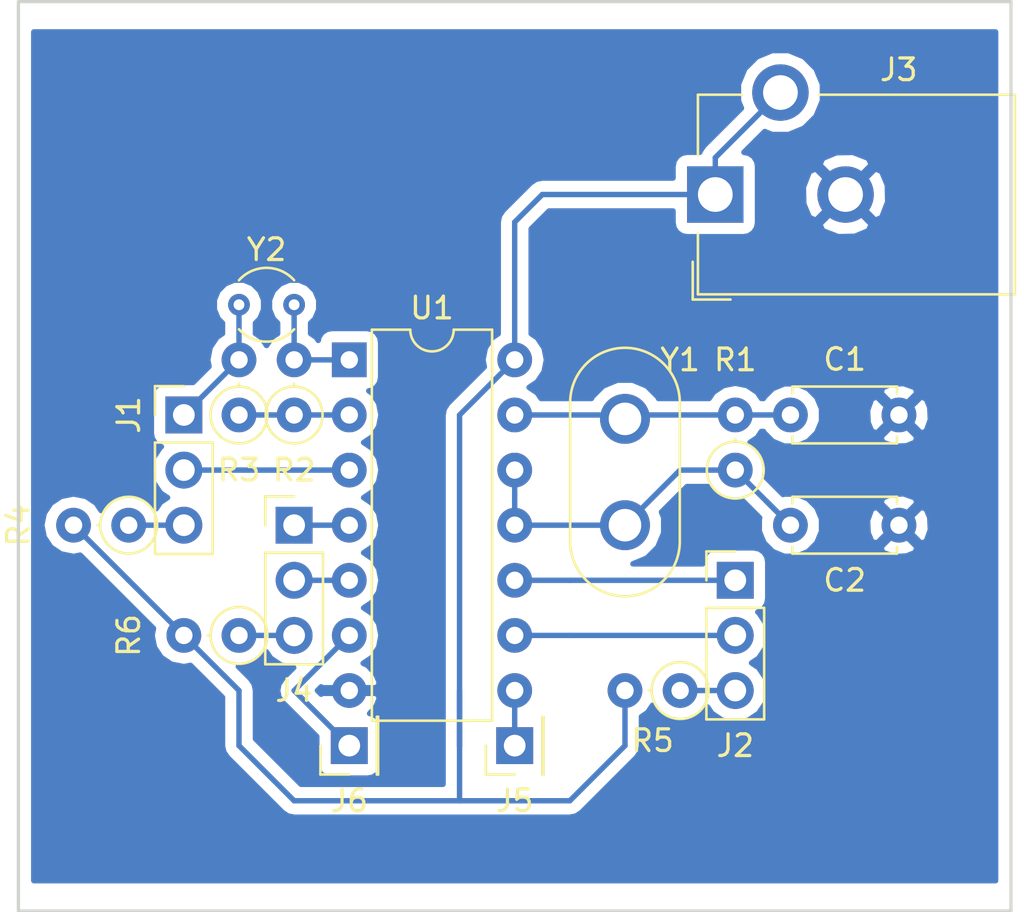
<source format=kicad_pcb>
(kicad_pcb (version 4) (host pcbnew 4.0.5+dfsg1-4)

  (general
    (links 31)
    (no_connects 0)
    (area 139.624999 96.444999 185.495001 138.505001)
    (thickness 1.6)
    (drawings 4)
    (tracks 52)
    (zones 0)
    (modules 17)
    (nets 18)
  )

  (page A4)
  (layers
    (0 F.Cu signal)
    (31 B.Cu signal)
    (32 B.Adhes user)
    (33 F.Adhes user)
    (34 B.Paste user)
    (35 F.Paste user)
    (36 B.SilkS user)
    (37 F.SilkS user)
    (38 B.Mask user)
    (39 F.Mask user)
    (40 Dwgs.User user)
    (41 Cmts.User user)
    (42 Eco1.User user)
    (43 Eco2.User user)
    (44 Edge.Cuts user)
    (45 Margin user)
    (46 B.CrtYd user)
    (47 F.CrtYd user)
    (48 B.Fab user)
    (49 F.Fab user hide)
  )

  (setup
    (last_trace_width 0.25)
    (trace_clearance 0.2)
    (zone_clearance 0.508)
    (zone_45_only no)
    (trace_min 0.2)
    (segment_width 0.2)
    (edge_width 0.15)
    (via_size 0.6)
    (via_drill 0.4)
    (via_min_size 0.4)
    (via_min_drill 0.3)
    (uvia_size 0.3)
    (uvia_drill 0.1)
    (uvias_allowed no)
    (uvia_min_size 0.2)
    (uvia_min_drill 0.1)
    (pcb_text_width 0.3)
    (pcb_text_size 1.5 1.5)
    (mod_edge_width 0.15)
    (mod_text_size 1 1)
    (mod_text_width 0.15)
    (pad_size 1.6 1.6)
    (pad_drill 0.8)
    (pad_to_mask_clearance 0.2)
    (aux_axis_origin 0 0)
    (grid_origin 177.8 97.79)
    (visible_elements FFFFFF7F)
    (pcbplotparams
      (layerselection 0x00030_80000001)
      (usegerberextensions false)
      (excludeedgelayer true)
      (linewidth 0.100000)
      (plotframeref false)
      (viasonmask false)
      (mode 1)
      (useauxorigin false)
      (hpglpennumber 1)
      (hpglpenspeed 20)
      (hpglpendiameter 15)
      (hpglpenoverlay 2)
      (psnegative false)
      (psa4output false)
      (plotreference true)
      (plotvalue true)
      (plotinvisibletext false)
      (padsonsilk false)
      (subtractmaskfromsilk false)
      (outputformat 1)
      (mirror false)
      (drillshape 1)
      (scaleselection 1)
      (outputdirectory ""))
  )

  (net 0 "")
  (net 1 "Net-(C1-Pad1)")
  (net 2 GND)
  (net 3 "Net-(C2-Pad1)")
  (net 4 "Net-(J1-Pad1)")
  (net 5 "Net-(J1-Pad2)")
  (net 6 "Net-(J1-Pad3)")
  (net 7 "Net-(J2-Pad1)")
  (net 8 "Net-(J2-Pad2)")
  (net 9 "Net-(J2-Pad3)")
  (net 10 "Net-(R2-Pad1)")
  (net 11 "Net-(R2-Pad2)")
  (net 12 VCC)
  (net 13 "Net-(J4-Pad1)")
  (net 14 "Net-(J5-Pad1)")
  (net 15 "Net-(J6-Pad1)")
  (net 16 "Net-(J4-Pad2)")
  (net 17 "Net-(J4-Pad3)")

  (net_class Default "これは標準のネット クラスです。"
    (clearance 0.2)
    (trace_width 0.25)
    (via_dia 0.6)
    (via_drill 0.4)
    (uvia_dia 0.3)
    (uvia_drill 0.1)
    (add_net GND)
    (add_net "Net-(C1-Pad1)")
    (add_net "Net-(C2-Pad1)")
    (add_net "Net-(J1-Pad1)")
    (add_net "Net-(J1-Pad2)")
    (add_net "Net-(J1-Pad3)")
    (add_net "Net-(J2-Pad1)")
    (add_net "Net-(J2-Pad2)")
    (add_net "Net-(J2-Pad3)")
    (add_net "Net-(J4-Pad1)")
    (add_net "Net-(J4-Pad2)")
    (add_net "Net-(J4-Pad3)")
    (add_net "Net-(J5-Pad1)")
    (add_net "Net-(J6-Pad1)")
    (add_net "Net-(R2-Pad1)")
    (add_net "Net-(R2-Pad2)")
    (add_net VCC)
  )

  (module Resistors_THT:R_Axial_DIN0207_L6.3mm_D2.5mm_P2.54mm_Vertical (layer F.Cu) (tedit 5874F706) (tstamp 59D1D25F)
    (at 172.72 118.11 90)
    (descr "Resistor, Axial_DIN0207 series, Axial, Vertical, pin pitch=2.54mm, 0.25W = 1/4W, length*diameter=6.3*2.5mm^2, http://cdn-reichelt.de/documents/datenblatt/B400/1_4W%23YAG.pdf")
    (tags "Resistor Axial_DIN0207 series Axial Vertical pin pitch 2.54mm 0.25W = 1/4W length 6.3mm diameter 2.5mm")
    (path /59C47F01)
    (fp_text reference R1 (at 5.08 0 180) (layer F.SilkS)
      (effects (font (size 1 1) (thickness 0.15)))
    )
    (fp_text value 1MΩ (at -2.54 0 180) (layer F.Fab)
      (effects (font (size 1 1) (thickness 0.15)))
    )
    (fp_circle (center 0 0) (end 1.25 0) (layer F.Fab) (width 0.1))
    (fp_circle (center 0 0) (end 1.31 0) (layer F.SilkS) (width 0.12))
    (fp_line (start 0 0) (end 2.54 0) (layer F.Fab) (width 0.1))
    (fp_line (start 1.31 0) (end 1.44 0) (layer F.SilkS) (width 0.12))
    (fp_line (start -1.6 -1.6) (end -1.6 1.6) (layer F.CrtYd) (width 0.05))
    (fp_line (start -1.6 1.6) (end 3.65 1.6) (layer F.CrtYd) (width 0.05))
    (fp_line (start 3.65 1.6) (end 3.65 -1.6) (layer F.CrtYd) (width 0.05))
    (fp_line (start 3.65 -1.6) (end -1.6 -1.6) (layer F.CrtYd) (width 0.05))
    (pad 1 thru_hole circle (at 0 0 90) (size 1.6 1.6) (drill 0.8) (layers *.Cu *.Mask)
      (net 3 "Net-(C2-Pad1)"))
    (pad 2 thru_hole oval (at 2.54 0 90) (size 1.6 1.6) (drill 0.8) (layers *.Cu *.Mask)
      (net 1 "Net-(C1-Pad1)"))
    (model ${KISYS3DMOD}/Resistors_THT.3dshapes/R_Axial_DIN0207_L6.3mm_D2.5mm_P2.54mm_Vertical.wrl
      (at (xyz 0 0 0))
      (scale (xyz 0.393701 0.393701 0.393701))
      (rotate (xyz 0 0 0))
    )
  )

  (module Crystals:Crystal_HC50_Vertical (layer F.Cu) (tedit 58CD2E9C) (tstamp 59D1D2B4)
    (at 167.64 115.75 270)
    (descr "Crystal THT HC-50, http://www.crovencrystals.com/croven_pdf/HC-50_Crystal_Holder_Rev_00.pdf")
    (tags "THT crystalHC-50")
    (path /59C47EFB)
    (fp_text reference Y1 (at -2.72 -2.54 360) (layer F.SilkS)
      (effects (font (size 1 1) (thickness 0.15)))
    )
    (fp_text value 10MHz (at 2.45 3.525 270) (layer F.Fab)
      (effects (font (size 1 1) (thickness 0.15)))
    )
    (fp_text user %R (at 2.45 0 270) (layer F.Fab)
      (effects (font (size 1 1) (thickness 0.15)))
    )
    (fp_line (start -0.75 -2.325) (end 5.65 -2.325) (layer F.Fab) (width 0.1))
    (fp_line (start -0.75 2.325) (end 5.65 2.325) (layer F.Fab) (width 0.1))
    (fp_line (start -0.75 -1.9) (end 5.65 -1.9) (layer F.Fab) (width 0.1))
    (fp_line (start -0.75 1.9) (end 5.65 1.9) (layer F.Fab) (width 0.1))
    (fp_line (start -0.75 -2.525) (end 5.65 -2.525) (layer F.SilkS) (width 0.12))
    (fp_line (start -0.75 2.525) (end 5.65 2.525) (layer F.SilkS) (width 0.12))
    (fp_line (start -3.6 -2.8) (end -3.6 2.8) (layer F.CrtYd) (width 0.05))
    (fp_line (start -3.6 2.8) (end 8.5 2.8) (layer F.CrtYd) (width 0.05))
    (fp_line (start 8.5 2.8) (end 8.5 -2.8) (layer F.CrtYd) (width 0.05))
    (fp_line (start 8.5 -2.8) (end -3.6 -2.8) (layer F.CrtYd) (width 0.05))
    (fp_arc (start -0.75 0) (end -0.75 -2.325) (angle -180) (layer F.Fab) (width 0.1))
    (fp_arc (start 5.65 0) (end 5.65 -2.325) (angle 180) (layer F.Fab) (width 0.1))
    (fp_arc (start -0.75 0) (end -0.75 -1.9) (angle -180) (layer F.Fab) (width 0.1))
    (fp_arc (start 5.65 0) (end 5.65 -1.9) (angle 180) (layer F.Fab) (width 0.1))
    (fp_arc (start -0.75 0) (end -0.75 -2.525) (angle -180) (layer F.SilkS) (width 0.12))
    (fp_arc (start 5.65 0) (end 5.65 -2.525) (angle 180) (layer F.SilkS) (width 0.12))
    (pad 1 thru_hole circle (at 0 0 270) (size 2.3 2.3) (drill 1.5) (layers *.Cu *.Mask)
      (net 1 "Net-(C1-Pad1)"))
    (pad 2 thru_hole circle (at 4.9 0 270) (size 2.3 2.3) (drill 1.5) (layers *.Cu *.Mask)
      (net 3 "Net-(C2-Pad1)"))
    (model ${KISYS3DMOD}/Crystals.3dshapes/Crystal_HC50_Vertical.wrl
      (at (xyz 0 0 0))
      (scale (xyz 0.393701 0.393701 0.393701))
      (rotate (xyz 0 0 0))
    )
  )

  (module Resistors_THT:R_Axial_DIN0207_L6.3mm_D2.5mm_P2.54mm_Vertical (layer F.Cu) (tedit 59C5BC9B) (tstamp 59D1D26D)
    (at 152.4 115.57 90)
    (descr "Resistor, Axial_DIN0207 series, Axial, Vertical, pin pitch=2.54mm, 0.25W = 1/4W, length*diameter=6.3*2.5mm^2, http://cdn-reichelt.de/documents/datenblatt/B400/1_4W%23YAG.pdf")
    (tags "Resistor Axial_DIN0207 series Axial Vertical pin pitch 2.54mm 0.25W = 1/4W length 6.3mm diameter 2.5mm")
    (path /59C47429)
    (fp_text reference R2 (at -2.54 0 360) (layer F.SilkS)
      (effects (font (size 1 1) (thickness 0.15)))
    )
    (fp_text value 10MΩ (at 1.27 2.31 360) (layer F.Fab)
      (effects (font (size 1 1) (thickness 0.15)))
    )
    (fp_circle (center 0 0) (end 1.25 0) (layer F.Fab) (width 0.1))
    (fp_circle (center 0 0) (end 1.31 0) (layer F.SilkS) (width 0.12))
    (fp_line (start 0 0) (end 2.54 0) (layer F.Fab) (width 0.1))
    (fp_line (start 1.31 0) (end 1.44 0) (layer F.SilkS) (width 0.12))
    (fp_line (start -1.6 -1.6) (end -1.6 1.6) (layer F.CrtYd) (width 0.05))
    (fp_line (start -1.6 1.6) (end 3.65 1.6) (layer F.CrtYd) (width 0.05))
    (fp_line (start 3.65 1.6) (end 3.65 -1.6) (layer F.CrtYd) (width 0.05))
    (fp_line (start 3.65 -1.6) (end -1.6 -1.6) (layer F.CrtYd) (width 0.05))
    (pad 1 thru_hole circle (at 0 0 90) (size 1.6 1.6) (drill 0.8) (layers *.Cu *.Mask)
      (net 10 "Net-(R2-Pad1)"))
    (pad 2 thru_hole oval (at 2.54 0 90) (size 1.6 1.6) (drill 0.8) (layers *.Cu *.Mask)
      (net 11 "Net-(R2-Pad2)"))
    (model ${KISYS3DMOD}/Resistors_THT.3dshapes/R_Axial_DIN0207_L6.3mm_D2.5mm_P2.54mm_Vertical.wrl
      (at (xyz 0 0 0))
      (scale (xyz 0.393701 0.393701 0.393701))
      (rotate (xyz 0 0 0))
    )
  )

  (module Resistors_THT:R_Axial_DIN0207_L6.3mm_D2.5mm_P2.54mm_Vertical (layer F.Cu) (tedit 5874F706) (tstamp 59D1D27B)
    (at 149.86 115.57 90)
    (descr "Resistor, Axial_DIN0207 series, Axial, Vertical, pin pitch=2.54mm, 0.25W = 1/4W, length*diameter=6.3*2.5mm^2, http://cdn-reichelt.de/documents/datenblatt/B400/1_4W%23YAG.pdf")
    (tags "Resistor Axial_DIN0207 series Axial Vertical pin pitch 2.54mm 0.25W = 1/4W length 6.3mm diameter 2.5mm")
    (path /59C48042)
    (fp_text reference R3 (at -2.54 0 180) (layer F.SilkS)
      (effects (font (size 1 1) (thickness 0.15)))
    )
    (fp_text value 470kΩ (at 1.27 2.31 90) (layer F.Fab)
      (effects (font (size 1 1) (thickness 0.15)))
    )
    (fp_circle (center 0 0) (end 1.25 0) (layer F.Fab) (width 0.1))
    (fp_circle (center 0 0) (end 1.31 0) (layer F.SilkS) (width 0.12))
    (fp_line (start 0 0) (end 2.54 0) (layer F.Fab) (width 0.1))
    (fp_line (start 1.31 0) (end 1.44 0) (layer F.SilkS) (width 0.12))
    (fp_line (start -1.6 -1.6) (end -1.6 1.6) (layer F.CrtYd) (width 0.05))
    (fp_line (start -1.6 1.6) (end 3.65 1.6) (layer F.CrtYd) (width 0.05))
    (fp_line (start 3.65 1.6) (end 3.65 -1.6) (layer F.CrtYd) (width 0.05))
    (fp_line (start 3.65 -1.6) (end -1.6 -1.6) (layer F.CrtYd) (width 0.05))
    (pad 1 thru_hole circle (at 0 0 90) (size 1.6 1.6) (drill 0.8) (layers *.Cu *.Mask)
      (net 10 "Net-(R2-Pad1)"))
    (pad 2 thru_hole oval (at 2.54 0 90) (size 1.6 1.6) (drill 0.8) (layers *.Cu *.Mask)
      (net 4 "Net-(J1-Pad1)"))
    (model ${KISYS3DMOD}/Resistors_THT.3dshapes/R_Axial_DIN0207_L6.3mm_D2.5mm_P2.54mm_Vertical.wrl
      (at (xyz 0 0 0))
      (scale (xyz 0.393701 0.393701 0.393701))
      (rotate (xyz 0 0 0))
    )
  )

  (module Housings_DIP:DIP-14_W7.62mm (layer F.Cu) (tedit 58CC8E2C) (tstamp 59D1D29D)
    (at 154.94 113.03)
    (descr "14-lead dip package, row spacing 7.62 mm (300 mils)")
    (tags "DIL DIP PDIP 2.54mm 7.62mm 300mil")
    (path /59C5818C)
    (fp_text reference U1 (at 3.81 -2.39) (layer F.SilkS)
      (effects (font (size 1 1) (thickness 0.15)))
    )
    (fp_text value 74HC04 (at 3.81 17.63) (layer F.Fab)
      (effects (font (size 1 1) (thickness 0.15)))
    )
    (fp_text user %R (at 3.81 7.62) (layer F.Fab)
      (effects (font (size 1 1) (thickness 0.15)))
    )
    (fp_line (start 1.635 -1.27) (end 6.985 -1.27) (layer F.Fab) (width 0.1))
    (fp_line (start 6.985 -1.27) (end 6.985 16.51) (layer F.Fab) (width 0.1))
    (fp_line (start 6.985 16.51) (end 0.635 16.51) (layer F.Fab) (width 0.1))
    (fp_line (start 0.635 16.51) (end 0.635 -0.27) (layer F.Fab) (width 0.1))
    (fp_line (start 0.635 -0.27) (end 1.635 -1.27) (layer F.Fab) (width 0.1))
    (fp_line (start 2.81 -1.39) (end 1.04 -1.39) (layer F.SilkS) (width 0.12))
    (fp_line (start 1.04 -1.39) (end 1.04 16.63) (layer F.SilkS) (width 0.12))
    (fp_line (start 1.04 16.63) (end 6.58 16.63) (layer F.SilkS) (width 0.12))
    (fp_line (start 6.58 16.63) (end 6.58 -1.39) (layer F.SilkS) (width 0.12))
    (fp_line (start 6.58 -1.39) (end 4.81 -1.39) (layer F.SilkS) (width 0.12))
    (fp_line (start -1.1 -1.6) (end -1.1 16.8) (layer F.CrtYd) (width 0.05))
    (fp_line (start -1.1 16.8) (end 8.7 16.8) (layer F.CrtYd) (width 0.05))
    (fp_line (start 8.7 16.8) (end 8.7 -1.6) (layer F.CrtYd) (width 0.05))
    (fp_line (start 8.7 -1.6) (end -1.1 -1.6) (layer F.CrtYd) (width 0.05))
    (fp_arc (start 3.81 -1.39) (end 2.81 -1.39) (angle -180) (layer F.SilkS) (width 0.12))
    (pad 1 thru_hole rect (at 0 0) (size 1.6 1.6) (drill 0.8) (layers *.Cu *.Mask)
      (net 11 "Net-(R2-Pad2)"))
    (pad 8 thru_hole oval (at 7.62 15.24) (size 1.6 1.6) (drill 0.8) (layers *.Cu *.Mask)
      (net 14 "Net-(J5-Pad1)"))
    (pad 2 thru_hole oval (at 0 2.54) (size 1.6 1.6) (drill 0.8) (layers *.Cu *.Mask)
      (net 10 "Net-(R2-Pad1)"))
    (pad 9 thru_hole oval (at 7.62 12.7) (size 1.6 1.6) (drill 0.8) (layers *.Cu *.Mask)
      (net 8 "Net-(J2-Pad2)"))
    (pad 3 thru_hole oval (at 0 5.08) (size 1.6 1.6) (drill 0.8) (layers *.Cu *.Mask)
      (net 5 "Net-(J1-Pad2)"))
    (pad 10 thru_hole oval (at 7.62 10.16) (size 1.6 1.6) (drill 0.8) (layers *.Cu *.Mask)
      (net 7 "Net-(J2-Pad1)"))
    (pad 4 thru_hole oval (at 0 7.62) (size 1.6 1.6) (drill 0.8) (layers *.Cu *.Mask)
      (net 13 "Net-(J4-Pad1)"))
    (pad 11 thru_hole oval (at 7.62 7.62) (size 1.6 1.6) (drill 0.8) (layers *.Cu *.Mask)
      (net 3 "Net-(C2-Pad1)"))
    (pad 5 thru_hole oval (at 0 10.16) (size 1.6 1.6) (drill 0.8) (layers *.Cu *.Mask)
      (net 16 "Net-(J4-Pad2)"))
    (pad 12 thru_hole oval (at 7.62 5.08) (size 1.6 1.6) (drill 0.8) (layers *.Cu *.Mask)
      (net 3 "Net-(C2-Pad1)"))
    (pad 6 thru_hole oval (at 0 12.7) (size 1.6 1.6) (drill 0.8) (layers *.Cu *.Mask)
      (net 15 "Net-(J6-Pad1)"))
    (pad 13 thru_hole oval (at 7.62 2.54) (size 1.6 1.6) (drill 0.8) (layers *.Cu *.Mask)
      (net 1 "Net-(C1-Pad1)"))
    (pad 7 thru_hole oval (at 0 15.24) (size 1.6 1.6) (drill 0.8) (layers *.Cu *.Mask)
      (net 2 GND))
    (pad 14 thru_hole oval (at 7.62 0) (size 1.6 1.6) (drill 0.8) (layers *.Cu *.Mask)
      (net 12 VCC))
    (model ${KISYS3DMOD}/Housings_DIP.3dshapes/DIP-14_W7.62mm.wrl
      (at (xyz 0 0 0))
      (scale (xyz 1 1 1))
      (rotate (xyz 0 0 0))
    )
  )

  (module Capacitors_THT:C_Disc_D4.7mm_W2.5mm_P5.00mm (layer F.Cu) (tedit 59C908D0) (tstamp 59D1D222)
    (at 175.26 115.57)
    (descr "C, Disc series, Radial, pin pitch=5.00mm, , diameter*width=4.7*2.5mm^2, Capacitor, http://www.vishay.com/docs/45233/krseries.pdf")
    (tags "C Disc series Radial pin pitch 5.00mm  diameter 4.7mm width 2.5mm Capacitor")
    (path /59C47EEF)
    (fp_text reference C1 (at 2.5 -2.56) (layer F.SilkS)
      (effects (font (size 1 1) (thickness 0.15)))
    )
    (fp_text value 22pF (at 2.54 -5.08) (layer F.Fab)
      (effects (font (size 1 1) (thickness 0.15)))
    )
    (fp_line (start 0.15 -1.25) (end 0.15 1.25) (layer F.Fab) (width 0.1))
    (fp_line (start 0.15 1.25) (end 4.85 1.25) (layer F.Fab) (width 0.1))
    (fp_line (start 4.85 1.25) (end 4.85 -1.25) (layer F.Fab) (width 0.1))
    (fp_line (start 4.85 -1.25) (end 0.15 -1.25) (layer F.Fab) (width 0.1))
    (fp_line (start 0.09 -1.31) (end 4.91 -1.31) (layer F.SilkS) (width 0.12))
    (fp_line (start 0.09 1.31) (end 4.91 1.31) (layer F.SilkS) (width 0.12))
    (fp_line (start 0.09 -1.31) (end 0.09 -0.996) (layer F.SilkS) (width 0.12))
    (fp_line (start 0.09 0.996) (end 0.09 1.31) (layer F.SilkS) (width 0.12))
    (fp_line (start 4.91 -1.31) (end 4.91 -0.996) (layer F.SilkS) (width 0.12))
    (fp_line (start 4.91 0.996) (end 4.91 1.31) (layer F.SilkS) (width 0.12))
    (fp_line (start -1.05 -1.6) (end -1.05 1.6) (layer F.CrtYd) (width 0.05))
    (fp_line (start -1.05 1.6) (end 6.05 1.6) (layer F.CrtYd) (width 0.05))
    (fp_line (start 6.05 1.6) (end 6.05 -1.6) (layer F.CrtYd) (width 0.05))
    (fp_line (start 6.05 -1.6) (end -1.05 -1.6) (layer F.CrtYd) (width 0.05))
    (fp_text user %R (at 2.5 0) (layer F.Fab)
      (effects (font (size 1 1) (thickness 0.15)))
    )
    (pad 1 thru_hole circle (at 0 0) (size 1.6 1.6) (drill 0.8) (layers *.Cu *.Mask)
      (net 1 "Net-(C1-Pad1)"))
    (pad 2 thru_hole circle (at 5 0) (size 1.6 1.6) (drill 0.8) (layers *.Cu *.Mask)
      (net 2 GND))
    (model ${KISYS3DMOD}/Capacitors_THT.3dshapes/C_Disc_D4.7mm_W2.5mm_P5.00mm.wrl
      (at (xyz 0 0 0))
      (scale (xyz 1 1 1))
      (rotate (xyz 0 0 0))
    )
  )

  (module Capacitors_THT:C_Disc_D4.7mm_W2.5mm_P5.00mm (layer F.Cu) (tedit 597BC7C2) (tstamp 59D1D228)
    (at 175.26 120.65)
    (descr "C, Disc series, Radial, pin pitch=5.00mm, , diameter*width=4.7*2.5mm^2, Capacitor, http://www.vishay.com/docs/45233/krseries.pdf")
    (tags "C Disc series Radial pin pitch 5.00mm  diameter 4.7mm width 2.5mm Capacitor")
    (path /59C47EF5)
    (fp_text reference C2 (at 2.5 2.54) (layer F.SilkS)
      (effects (font (size 1 1) (thickness 0.15)))
    )
    (fp_text value 22pF (at 2.54 2.56) (layer F.Fab)
      (effects (font (size 1 1) (thickness 0.15)))
    )
    (fp_line (start 0.15 -1.25) (end 0.15 1.25) (layer F.Fab) (width 0.1))
    (fp_line (start 0.15 1.25) (end 4.85 1.25) (layer F.Fab) (width 0.1))
    (fp_line (start 4.85 1.25) (end 4.85 -1.25) (layer F.Fab) (width 0.1))
    (fp_line (start 4.85 -1.25) (end 0.15 -1.25) (layer F.Fab) (width 0.1))
    (fp_line (start 0.09 -1.31) (end 4.91 -1.31) (layer F.SilkS) (width 0.12))
    (fp_line (start 0.09 1.31) (end 4.91 1.31) (layer F.SilkS) (width 0.12))
    (fp_line (start 0.09 -1.31) (end 0.09 -0.996) (layer F.SilkS) (width 0.12))
    (fp_line (start 0.09 0.996) (end 0.09 1.31) (layer F.SilkS) (width 0.12))
    (fp_line (start 4.91 -1.31) (end 4.91 -0.996) (layer F.SilkS) (width 0.12))
    (fp_line (start 4.91 0.996) (end 4.91 1.31) (layer F.SilkS) (width 0.12))
    (fp_line (start -1.05 -1.6) (end -1.05 1.6) (layer F.CrtYd) (width 0.05))
    (fp_line (start -1.05 1.6) (end 6.05 1.6) (layer F.CrtYd) (width 0.05))
    (fp_line (start 6.05 1.6) (end 6.05 -1.6) (layer F.CrtYd) (width 0.05))
    (fp_line (start 6.05 -1.6) (end -1.05 -1.6) (layer F.CrtYd) (width 0.05))
    (fp_text user %R (at 2.54 0) (layer F.Fab)
      (effects (font (size 1 1) (thickness 0.15)))
    )
    (pad 1 thru_hole circle (at 0 0) (size 1.6 1.6) (drill 0.8) (layers *.Cu *.Mask)
      (net 3 "Net-(C2-Pad1)"))
    (pad 2 thru_hole circle (at 5 0) (size 1.6 1.6) (drill 0.8) (layers *.Cu *.Mask)
      (net 2 GND))
    (model ${KISYS3DMOD}/Capacitors_THT.3dshapes/C_Disc_D4.7mm_W2.5mm_P5.00mm.wrl
      (at (xyz 0 0 0))
      (scale (xyz 1 1 1))
      (rotate (xyz 0 0 0))
    )
  )

  (module Connectors:Barrel_Jack_CUI_PJ-102AH (layer F.Cu) (tedit 59BC552D) (tstamp 59D1D23F)
    (at 171.8 105.41 90)
    (descr "Thin-pin DC Barrel Jack, https://cdn-shop.adafruit.com/datasheets/21mmdcjackDatasheet.pdf")
    (tags "Power Jack")
    (path /59C5B30C)
    (fp_text reference J3 (at 5.75 8.45 180) (layer F.SilkS)
      (effects (font (size 1 1) (thickness 0.15)))
    )
    (fp_text value Jack-DC (at -5.5 6.2 180) (layer F.Fab)
      (effects (font (size 1 1) (thickness 0.15)))
    )
    (fp_line (start 1.8 -1.8) (end 1.8 -1.2) (layer F.CrtYd) (width 0.05))
    (fp_line (start 1.8 -1.2) (end 5 -1.2) (layer F.CrtYd) (width 0.05))
    (fp_line (start 5 -1.2) (end 5 1.2) (layer F.CrtYd) (width 0.05))
    (fp_line (start 5 1.2) (end 6.5 1.2) (layer F.CrtYd) (width 0.05))
    (fp_line (start 6.5 1.2) (end 6.5 4.8) (layer F.CrtYd) (width 0.05))
    (fp_line (start 6.5 4.8) (end 5 4.8) (layer F.CrtYd) (width 0.05))
    (fp_line (start 5 4.8) (end 5 14.2) (layer F.CrtYd) (width 0.05))
    (fp_line (start 5 14.2) (end -5 14.2) (layer F.CrtYd) (width 0.05))
    (fp_line (start -5 14.2) (end -5 -1.2) (layer F.CrtYd) (width 0.05))
    (fp_line (start -5 -1.2) (end -1.8 -1.2) (layer F.CrtYd) (width 0.05))
    (fp_line (start -1.8 -1.2) (end -1.8 -1.8) (layer F.CrtYd) (width 0.05))
    (fp_line (start -1.8 -1.8) (end 1.8 -1.8) (layer F.CrtYd) (width 0.05))
    (fp_line (start 4.6 4.8) (end 4.6 13.8) (layer F.SilkS) (width 0.12))
    (fp_line (start 4.6 13.8) (end -4.6 13.8) (layer F.SilkS) (width 0.12))
    (fp_line (start -4.6 13.8) (end -4.6 -0.8) (layer F.SilkS) (width 0.12))
    (fp_line (start -4.6 -0.8) (end -1.8 -0.8) (layer F.SilkS) (width 0.12))
    (fp_line (start 1.8 -0.8) (end 4.6 -0.8) (layer F.SilkS) (width 0.12))
    (fp_line (start 4.6 -0.8) (end 4.6 1.2) (layer F.SilkS) (width 0.12))
    (fp_line (start -4.84 0.7) (end -4.84 -1.04) (layer F.SilkS) (width 0.12))
    (fp_line (start -4.84 -1.04) (end -3.1 -1.04) (layer F.SilkS) (width 0.12))
    (fp_line (start 4.5 -0.7) (end 4.5 13.7) (layer F.Fab) (width 0.1))
    (fp_line (start 4.5 13.7) (end -4.5 13.7) (layer F.Fab) (width 0.1))
    (fp_line (start -4.5 13.7) (end -4.5 0.3) (layer F.Fab) (width 0.1))
    (fp_line (start -4.5 0.3) (end -3.5 -0.7) (layer F.Fab) (width 0.1))
    (fp_line (start -3.5 -0.7) (end 4.5 -0.7) (layer F.Fab) (width 0.1))
    (fp_line (start -4.5 10.2) (end 4.5 10.2) (layer F.Fab) (width 0.1))
    (fp_text user %R (at 0 6.5 90) (layer F.Fab)
      (effects (font (size 1 1) (thickness 0.15)))
    )
    (pad 1 thru_hole rect (at 0 0 90) (size 2.6 2.6) (drill 1.6) (layers *.Cu *.Mask)
      (net 12 VCC))
    (pad 2 thru_hole circle (at 0 6 90) (size 2.6 2.6) (drill 1.6) (layers *.Cu *.Mask)
      (net 2 GND))
    (pad 3 thru_hole circle (at 4.7 3 90) (size 2.6 2.6) (drill 1.6) (layers *.Cu *.Mask)
      (net 12 VCC))
    (model ${KISYS3DMOD}/Connectors.3dshapes/Barrel_Jack_CUI_PJ-102AH.wrl
      (at (xyz 0 0 0))
      (scale (xyz 1 1 1))
      (rotate (xyz 0 0 0))
    )
  )

  (module Crystals:Crystal_AT310_d3.0mm_l10.0mm_Vertical (layer F.Cu) (tedit 58CD2E9B) (tstamp 59C90997)
    (at 152.4 110.49 180)
    (descr "Crystal THT AT310 10.0mm-10.5mm length 3.0mm diameter")
    (tags ['AT310'])
    (path /59C473F7)
    (fp_text reference Y2 (at 1.27 2.54 180) (layer F.SilkS)
      (effects (font (size 1 1) (thickness 0.15)))
    )
    (fp_text value "32.768 kHz" (at 1.27 2.7 180) (layer F.Fab)
      (effects (font (size 1 1) (thickness 0.15)))
    )
    (fp_text user %R (at 1.27 0 180) (layer F.Fab)
      (effects (font (size 0.8 0.8) (thickness 0.12)))
    )
    (fp_circle (center 1.27 0) (end 2.77 0) (layer F.Fab) (width 0.1))
    (fp_circle (center 1.27 0) (end 3.29 0) (layer F.CrtYd) (width 0.05))
    (fp_arc (start 1.27 0) (end 0 -1.130088) (angle 96.7) (layer F.SilkS) (width 0.12))
    (fp_arc (start 1.27 0) (end 0 1.130088) (angle -96.7) (layer F.SilkS) (width 0.12))
    (pad 1 thru_hole circle (at 0 0 180) (size 1 1) (drill 0.5) (layers *.Cu *.Mask)
      (net 11 "Net-(R2-Pad2)"))
    (pad 2 thru_hole circle (at 2.54 0 180) (size 1 1) (drill 0.5) (layers *.Cu *.Mask)
      (net 4 "Net-(J1-Pad1)"))
    (model ${KISYS3DMOD}/Crystals.3dshapes/Crystal_AT310_d3.0mm_l10.0mm_Vertical.wrl
      (at (xyz 0 0 0))
      (scale (xyz 0.393701 0.393701 0.393701))
      (rotate (xyz 0 0 0))
    )
  )

  (module Pin_Headers:Pin_Header_Straight_1x03_Pitch2.54mm (layer F.Cu) (tedit 59650532) (tstamp 59C97E64)
    (at 147.32 115.57)
    (descr "Through hole straight pin header, 1x03, 2.54mm pitch, single row")
    (tags "Through hole pin header THT 1x03 2.54mm single row")
    (path /59C8F8E7)
    (fp_text reference J1 (at -2.54 0 90) (layer F.SilkS)
      (effects (font (size 1 1) (thickness 0.15)))
    )
    (fp_text value "amp or pull-up" (at 0 7.41) (layer F.Fab)
      (effects (font (size 1 1) (thickness 0.15)))
    )
    (fp_line (start -0.635 -1.27) (end 1.27 -1.27) (layer F.Fab) (width 0.1))
    (fp_line (start 1.27 -1.27) (end 1.27 6.35) (layer F.Fab) (width 0.1))
    (fp_line (start 1.27 6.35) (end -1.27 6.35) (layer F.Fab) (width 0.1))
    (fp_line (start -1.27 6.35) (end -1.27 -0.635) (layer F.Fab) (width 0.1))
    (fp_line (start -1.27 -0.635) (end -0.635 -1.27) (layer F.Fab) (width 0.1))
    (fp_line (start -1.33 6.41) (end 1.33 6.41) (layer F.SilkS) (width 0.12))
    (fp_line (start -1.33 1.27) (end -1.33 6.41) (layer F.SilkS) (width 0.12))
    (fp_line (start 1.33 1.27) (end 1.33 6.41) (layer F.SilkS) (width 0.12))
    (fp_line (start -1.33 1.27) (end 1.33 1.27) (layer F.SilkS) (width 0.12))
    (fp_line (start -1.33 0) (end -1.33 -1.33) (layer F.SilkS) (width 0.12))
    (fp_line (start -1.33 -1.33) (end 0 -1.33) (layer F.SilkS) (width 0.12))
    (fp_line (start -1.8 -1.8) (end -1.8 6.85) (layer F.CrtYd) (width 0.05))
    (fp_line (start -1.8 6.85) (end 1.8 6.85) (layer F.CrtYd) (width 0.05))
    (fp_line (start 1.8 6.85) (end 1.8 -1.8) (layer F.CrtYd) (width 0.05))
    (fp_line (start 1.8 -1.8) (end -1.8 -1.8) (layer F.CrtYd) (width 0.05))
    (fp_text user %R (at 0 2.54 90) (layer F.Fab)
      (effects (font (size 1 1) (thickness 0.15)))
    )
    (pad 1 thru_hole rect (at 0 0) (size 1.7 1.7) (drill 1) (layers *.Cu *.Mask)
      (net 4 "Net-(J1-Pad1)"))
    (pad 2 thru_hole oval (at 0 2.54) (size 1.7 1.7) (drill 1) (layers *.Cu *.Mask)
      (net 5 "Net-(J1-Pad2)"))
    (pad 3 thru_hole oval (at 0 5.08) (size 1.7 1.7) (drill 1) (layers *.Cu *.Mask)
      (net 6 "Net-(J1-Pad3)"))
    (model ${KISYS3DMOD}/Pin_Headers.3dshapes/Pin_Header_Straight_1x03_Pitch2.54mm.wrl
      (at (xyz 0 0 0))
      (scale (xyz 1 1 1))
      (rotate (xyz 0 0 0))
    )
  )

  (module Pin_Headers:Pin_Header_Straight_1x03_Pitch2.54mm (layer F.Cu) (tedit 59650532) (tstamp 59C97E6A)
    (at 172.72 123.19)
    (descr "Through hole straight pin header, 1x03, 2.54mm pitch, single row")
    (tags "Through hole pin header THT 1x03 2.54mm single row")
    (path /59C5A8B5)
    (fp_text reference J2 (at 0 7.62) (layer F.SilkS)
      (effects (font (size 1 1) (thickness 0.15)))
    )
    (fp_text value "amp or pull-up" (at 0 7.41) (layer F.Fab)
      (effects (font (size 1 1) (thickness 0.15)))
    )
    (fp_line (start -0.635 -1.27) (end 1.27 -1.27) (layer F.Fab) (width 0.1))
    (fp_line (start 1.27 -1.27) (end 1.27 6.35) (layer F.Fab) (width 0.1))
    (fp_line (start 1.27 6.35) (end -1.27 6.35) (layer F.Fab) (width 0.1))
    (fp_line (start -1.27 6.35) (end -1.27 -0.635) (layer F.Fab) (width 0.1))
    (fp_line (start -1.27 -0.635) (end -0.635 -1.27) (layer F.Fab) (width 0.1))
    (fp_line (start -1.33 6.41) (end 1.33 6.41) (layer F.SilkS) (width 0.12))
    (fp_line (start -1.33 1.27) (end -1.33 6.41) (layer F.SilkS) (width 0.12))
    (fp_line (start 1.33 1.27) (end 1.33 6.41) (layer F.SilkS) (width 0.12))
    (fp_line (start -1.33 1.27) (end 1.33 1.27) (layer F.SilkS) (width 0.12))
    (fp_line (start -1.33 0) (end -1.33 -1.33) (layer F.SilkS) (width 0.12))
    (fp_line (start -1.33 -1.33) (end 0 -1.33) (layer F.SilkS) (width 0.12))
    (fp_line (start -1.8 -1.8) (end -1.8 6.85) (layer F.CrtYd) (width 0.05))
    (fp_line (start -1.8 6.85) (end 1.8 6.85) (layer F.CrtYd) (width 0.05))
    (fp_line (start 1.8 6.85) (end 1.8 -1.8) (layer F.CrtYd) (width 0.05))
    (fp_line (start 1.8 -1.8) (end -1.8 -1.8) (layer F.CrtYd) (width 0.05))
    (fp_text user %R (at 0 2.54 90) (layer F.Fab)
      (effects (font (size 1 1) (thickness 0.15)))
    )
    (pad 1 thru_hole rect (at 0 0) (size 1.7 1.7) (drill 1) (layers *.Cu *.Mask)
      (net 7 "Net-(J2-Pad1)"))
    (pad 2 thru_hole oval (at 0 2.54) (size 1.7 1.7) (drill 1) (layers *.Cu *.Mask)
      (net 8 "Net-(J2-Pad2)"))
    (pad 3 thru_hole oval (at 0 5.08) (size 1.7 1.7) (drill 1) (layers *.Cu *.Mask)
      (net 9 "Net-(J2-Pad3)"))
    (model ${KISYS3DMOD}/Pin_Headers.3dshapes/Pin_Header_Straight_1x03_Pitch2.54mm.wrl
      (at (xyz 0 0 0))
      (scale (xyz 1 1 1))
      (rotate (xyz 0 0 0))
    )
  )

  (module Pin_Headers:Pin_Header_Straight_1x03_Pitch2.54mm (layer F.Cu) (tedit 59650532) (tstamp 59C97E70)
    (at 152.4 120.65)
    (descr "Through hole straight pin header, 1x03, 2.54mm pitch, single row")
    (tags "Through hole pin header THT 1x03 2.54mm single row")
    (path /59C8FF50)
    (fp_text reference J4 (at 0 7.62) (layer F.SilkS)
      (effects (font (size 1 1) (thickness 0.15)))
    )
    (fp_text value "amp or pull-up" (at 0 7.41) (layer F.Fab)
      (effects (font (size 1 1) (thickness 0.15)))
    )
    (fp_line (start -0.635 -1.27) (end 1.27 -1.27) (layer F.Fab) (width 0.1))
    (fp_line (start 1.27 -1.27) (end 1.27 6.35) (layer F.Fab) (width 0.1))
    (fp_line (start 1.27 6.35) (end -1.27 6.35) (layer F.Fab) (width 0.1))
    (fp_line (start -1.27 6.35) (end -1.27 -0.635) (layer F.Fab) (width 0.1))
    (fp_line (start -1.27 -0.635) (end -0.635 -1.27) (layer F.Fab) (width 0.1))
    (fp_line (start -1.33 6.41) (end 1.33 6.41) (layer F.SilkS) (width 0.12))
    (fp_line (start -1.33 1.27) (end -1.33 6.41) (layer F.SilkS) (width 0.12))
    (fp_line (start 1.33 1.27) (end 1.33 6.41) (layer F.SilkS) (width 0.12))
    (fp_line (start -1.33 1.27) (end 1.33 1.27) (layer F.SilkS) (width 0.12))
    (fp_line (start -1.33 0) (end -1.33 -1.33) (layer F.SilkS) (width 0.12))
    (fp_line (start -1.33 -1.33) (end 0 -1.33) (layer F.SilkS) (width 0.12))
    (fp_line (start -1.8 -1.8) (end -1.8 6.85) (layer F.CrtYd) (width 0.05))
    (fp_line (start -1.8 6.85) (end 1.8 6.85) (layer F.CrtYd) (width 0.05))
    (fp_line (start 1.8 6.85) (end 1.8 -1.8) (layer F.CrtYd) (width 0.05))
    (fp_line (start 1.8 -1.8) (end -1.8 -1.8) (layer F.CrtYd) (width 0.05))
    (fp_text user %R (at 0 2.54 90) (layer F.Fab)
      (effects (font (size 1 1) (thickness 0.15)))
    )
    (pad 1 thru_hole rect (at 0 0) (size 1.7 1.7) (drill 1) (layers *.Cu *.Mask)
      (net 13 "Net-(J4-Pad1)"))
    (pad 2 thru_hole oval (at 0 2.54) (size 1.7 1.7) (drill 1) (layers *.Cu *.Mask)
      (net 16 "Net-(J4-Pad2)"))
    (pad 3 thru_hole oval (at 0 5.08) (size 1.7 1.7) (drill 1) (layers *.Cu *.Mask)
      (net 17 "Net-(J4-Pad3)"))
    (model ${KISYS3DMOD}/Pin_Headers.3dshapes/Pin_Header_Straight_1x03_Pitch2.54mm.wrl
      (at (xyz 0 0 0))
      (scale (xyz 1 1 1))
      (rotate (xyz 0 0 0))
    )
  )

  (module Pin_Headers:Pin_Header_Straight_1x01_Pitch2.54mm (layer F.Cu) (tedit 59650532) (tstamp 59C97E76)
    (at 162.56 130.81 90)
    (descr "Through hole straight pin header, 1x01, 2.54mm pitch, single row")
    (tags "Through hole pin header THT 1x01 2.54mm single row")
    (path /59C910EC)
    (fp_text reference J5 (at -2.54 0 180) (layer F.SilkS)
      (effects (font (size 1 1) (thickness 0.15)))
    )
    (fp_text value clk (at 0 2.33 90) (layer F.Fab)
      (effects (font (size 1 1) (thickness 0.15)))
    )
    (fp_line (start -0.635 -1.27) (end 1.27 -1.27) (layer F.Fab) (width 0.1))
    (fp_line (start 1.27 -1.27) (end 1.27 1.27) (layer F.Fab) (width 0.1))
    (fp_line (start 1.27 1.27) (end -1.27 1.27) (layer F.Fab) (width 0.1))
    (fp_line (start -1.27 1.27) (end -1.27 -0.635) (layer F.Fab) (width 0.1))
    (fp_line (start -1.27 -0.635) (end -0.635 -1.27) (layer F.Fab) (width 0.1))
    (fp_line (start -1.33 1.33) (end 1.33 1.33) (layer F.SilkS) (width 0.12))
    (fp_line (start -1.33 1.27) (end -1.33 1.33) (layer F.SilkS) (width 0.12))
    (fp_line (start 1.33 1.27) (end 1.33 1.33) (layer F.SilkS) (width 0.12))
    (fp_line (start -1.33 1.27) (end 1.33 1.27) (layer F.SilkS) (width 0.12))
    (fp_line (start -1.33 0) (end -1.33 -1.33) (layer F.SilkS) (width 0.12))
    (fp_line (start -1.33 -1.33) (end 0 -1.33) (layer F.SilkS) (width 0.12))
    (fp_line (start -1.8 -1.8) (end -1.8 1.8) (layer F.CrtYd) (width 0.05))
    (fp_line (start -1.8 1.8) (end 1.8 1.8) (layer F.CrtYd) (width 0.05))
    (fp_line (start 1.8 1.8) (end 1.8 -1.8) (layer F.CrtYd) (width 0.05))
    (fp_line (start 1.8 -1.8) (end -1.8 -1.8) (layer F.CrtYd) (width 0.05))
    (fp_text user %R (at 0 0 180) (layer F.Fab)
      (effects (font (size 1 1) (thickness 0.15)))
    )
    (pad 1 thru_hole rect (at 0 0 90) (size 1.7 1.7) (drill 1) (layers *.Cu *.Mask)
      (net 14 "Net-(J5-Pad1)"))
    (model ${KISYS3DMOD}/Pin_Headers.3dshapes/Pin_Header_Straight_1x01_Pitch2.54mm.wrl
      (at (xyz 0 0 0))
      (scale (xyz 1 1 1))
      (rotate (xyz 0 0 0))
    )
  )

  (module Pin_Headers:Pin_Header_Straight_1x01_Pitch2.54mm (layer F.Cu) (tedit 59650532) (tstamp 59C97E7A)
    (at 154.94 130.81 90)
    (descr "Through hole straight pin header, 1x01, 2.54mm pitch, single row")
    (tags "Through hole pin header THT 1x01 2.54mm single row")
    (path /59C90DB1)
    (fp_text reference J6 (at -2.54 0 180) (layer F.SilkS)
      (effects (font (size 1 1) (thickness 0.15)))
    )
    (fp_text value clk (at 0 2.33 90) (layer F.Fab)
      (effects (font (size 1 1) (thickness 0.15)))
    )
    (fp_line (start -0.635 -1.27) (end 1.27 -1.27) (layer F.Fab) (width 0.1))
    (fp_line (start 1.27 -1.27) (end 1.27 1.27) (layer F.Fab) (width 0.1))
    (fp_line (start 1.27 1.27) (end -1.27 1.27) (layer F.Fab) (width 0.1))
    (fp_line (start -1.27 1.27) (end -1.27 -0.635) (layer F.Fab) (width 0.1))
    (fp_line (start -1.27 -0.635) (end -0.635 -1.27) (layer F.Fab) (width 0.1))
    (fp_line (start -1.33 1.33) (end 1.33 1.33) (layer F.SilkS) (width 0.12))
    (fp_line (start -1.33 1.27) (end -1.33 1.33) (layer F.SilkS) (width 0.12))
    (fp_line (start 1.33 1.27) (end 1.33 1.33) (layer F.SilkS) (width 0.12))
    (fp_line (start -1.33 1.27) (end 1.33 1.27) (layer F.SilkS) (width 0.12))
    (fp_line (start -1.33 0) (end -1.33 -1.33) (layer F.SilkS) (width 0.12))
    (fp_line (start -1.33 -1.33) (end 0 -1.33) (layer F.SilkS) (width 0.12))
    (fp_line (start -1.8 -1.8) (end -1.8 1.8) (layer F.CrtYd) (width 0.05))
    (fp_line (start -1.8 1.8) (end 1.8 1.8) (layer F.CrtYd) (width 0.05))
    (fp_line (start 1.8 1.8) (end 1.8 -1.8) (layer F.CrtYd) (width 0.05))
    (fp_line (start 1.8 -1.8) (end -1.8 -1.8) (layer F.CrtYd) (width 0.05))
    (fp_text user %R (at 0 0 180) (layer F.Fab)
      (effects (font (size 1 1) (thickness 0.15)))
    )
    (pad 1 thru_hole rect (at 0 0 90) (size 1.7 1.7) (drill 1) (layers *.Cu *.Mask)
      (net 15 "Net-(J6-Pad1)"))
    (model ${KISYS3DMOD}/Pin_Headers.3dshapes/Pin_Header_Straight_1x01_Pitch2.54mm.wrl
      (at (xyz 0 0 0))
      (scale (xyz 1 1 1))
      (rotate (xyz 0 0 0))
    )
  )

  (module Resistors_THT:R_Axial_DIN0207_L6.3mm_D2.5mm_P2.54mm_Vertical (layer F.Cu) (tedit 5874F706) (tstamp 59C97E7E)
    (at 144.78 120.65 180)
    (descr "Resistor, Axial_DIN0207 series, Axial, Vertical, pin pitch=2.54mm, 0.25W = 1/4W, length*diameter=6.3*2.5mm^2, http://cdn-reichelt.de/documents/datenblatt/B400/1_4W%23YAG.pdf")
    (tags "Resistor Axial_DIN0207 series Axial Vertical pin pitch 2.54mm 0.25W = 1/4W length 6.3mm diameter 2.5mm")
    (path /59C64DCF)
    (fp_text reference R4 (at 5.08 0 270) (layer F.SilkS)
      (effects (font (size 1 1) (thickness 0.15)))
    )
    (fp_text value 10k (at 1.27 2.31 180) (layer F.Fab)
      (effects (font (size 1 1) (thickness 0.15)))
    )
    (fp_circle (center 0 0) (end 1.25 0) (layer F.Fab) (width 0.1))
    (fp_circle (center 0 0) (end 1.31 0) (layer F.SilkS) (width 0.12))
    (fp_line (start 0 0) (end 2.54 0) (layer F.Fab) (width 0.1))
    (fp_line (start 1.31 0) (end 1.44 0) (layer F.SilkS) (width 0.12))
    (fp_line (start -1.6 -1.6) (end -1.6 1.6) (layer F.CrtYd) (width 0.05))
    (fp_line (start -1.6 1.6) (end 3.65 1.6) (layer F.CrtYd) (width 0.05))
    (fp_line (start 3.65 1.6) (end 3.65 -1.6) (layer F.CrtYd) (width 0.05))
    (fp_line (start 3.65 -1.6) (end -1.6 -1.6) (layer F.CrtYd) (width 0.05))
    (pad 1 thru_hole circle (at 0 0 180) (size 1.6 1.6) (drill 0.8) (layers *.Cu *.Mask)
      (net 6 "Net-(J1-Pad3)"))
    (pad 2 thru_hole oval (at 2.54 0 180) (size 1.6 1.6) (drill 0.8) (layers *.Cu *.Mask)
      (net 12 VCC))
    (model ${KISYS3DMOD}/Resistors_THT.3dshapes/R_Axial_DIN0207_L6.3mm_D2.5mm_P2.54mm_Vertical.wrl
      (at (xyz 0 0 0))
      (scale (xyz 0.393701 0.393701 0.393701))
      (rotate (xyz 0 0 0))
    )
  )

  (module Resistors_THT:R_Axial_DIN0207_L6.3mm_D2.5mm_P2.54mm_Vertical (layer F.Cu) (tedit 5874F706) (tstamp 59C97E83)
    (at 170.18 128.27 180)
    (descr "Resistor, Axial_DIN0207 series, Axial, Vertical, pin pitch=2.54mm, 0.25W = 1/4W, length*diameter=6.3*2.5mm^2, http://cdn-reichelt.de/documents/datenblatt/B400/1_4W%23YAG.pdf")
    (tags "Resistor Axial_DIN0207 series Axial Vertical pin pitch 2.54mm 0.25W = 1/4W length 6.3mm diameter 2.5mm")
    (path /59C64016)
    (fp_text reference R5 (at 1.27 -2.31 180) (layer F.SilkS)
      (effects (font (size 1 1) (thickness 0.15)))
    )
    (fp_text value 10k (at 1.27 2.31 180) (layer F.Fab)
      (effects (font (size 1 1) (thickness 0.15)))
    )
    (fp_circle (center 0 0) (end 1.25 0) (layer F.Fab) (width 0.1))
    (fp_circle (center 0 0) (end 1.31 0) (layer F.SilkS) (width 0.12))
    (fp_line (start 0 0) (end 2.54 0) (layer F.Fab) (width 0.1))
    (fp_line (start 1.31 0) (end 1.44 0) (layer F.SilkS) (width 0.12))
    (fp_line (start -1.6 -1.6) (end -1.6 1.6) (layer F.CrtYd) (width 0.05))
    (fp_line (start -1.6 1.6) (end 3.65 1.6) (layer F.CrtYd) (width 0.05))
    (fp_line (start 3.65 1.6) (end 3.65 -1.6) (layer F.CrtYd) (width 0.05))
    (fp_line (start 3.65 -1.6) (end -1.6 -1.6) (layer F.CrtYd) (width 0.05))
    (pad 1 thru_hole circle (at 0 0 180) (size 1.6 1.6) (drill 0.8) (layers *.Cu *.Mask)
      (net 9 "Net-(J2-Pad3)"))
    (pad 2 thru_hole oval (at 2.54 0 180) (size 1.6 1.6) (drill 0.8) (layers *.Cu *.Mask)
      (net 12 VCC))
    (model ${KISYS3DMOD}/Resistors_THT.3dshapes/R_Axial_DIN0207_L6.3mm_D2.5mm_P2.54mm_Vertical.wrl
      (at (xyz 0 0 0))
      (scale (xyz 0.393701 0.393701 0.393701))
      (rotate (xyz 0 0 0))
    )
  )

  (module Resistors_THT:R_Axial_DIN0207_L6.3mm_D2.5mm_P2.54mm_Vertical (layer F.Cu) (tedit 5874F706) (tstamp 59C97E88)
    (at 149.86 125.73 180)
    (descr "Resistor, Axial_DIN0207 series, Axial, Vertical, pin pitch=2.54mm, 0.25W = 1/4W, length*diameter=6.3*2.5mm^2, http://cdn-reichelt.de/documents/datenblatt/B400/1_4W%23YAG.pdf")
    (tags "Resistor Axial_DIN0207 series Axial Vertical pin pitch 2.54mm 0.25W = 1/4W length 6.3mm diameter 2.5mm")
    (path /59C654ED)
    (fp_text reference R6 (at 5.08 0 270) (layer F.SilkS)
      (effects (font (size 1 1) (thickness 0.15)))
    )
    (fp_text value 10k (at 1.27 2.31 180) (layer F.Fab)
      (effects (font (size 1 1) (thickness 0.15)))
    )
    (fp_circle (center 0 0) (end 1.25 0) (layer F.Fab) (width 0.1))
    (fp_circle (center 0 0) (end 1.31 0) (layer F.SilkS) (width 0.12))
    (fp_line (start 0 0) (end 2.54 0) (layer F.Fab) (width 0.1))
    (fp_line (start 1.31 0) (end 1.44 0) (layer F.SilkS) (width 0.12))
    (fp_line (start -1.6 -1.6) (end -1.6 1.6) (layer F.CrtYd) (width 0.05))
    (fp_line (start -1.6 1.6) (end 3.65 1.6) (layer F.CrtYd) (width 0.05))
    (fp_line (start 3.65 1.6) (end 3.65 -1.6) (layer F.CrtYd) (width 0.05))
    (fp_line (start 3.65 -1.6) (end -1.6 -1.6) (layer F.CrtYd) (width 0.05))
    (pad 1 thru_hole circle (at 0 0 180) (size 1.6 1.6) (drill 0.8) (layers *.Cu *.Mask)
      (net 17 "Net-(J4-Pad3)"))
    (pad 2 thru_hole oval (at 2.54 0 180) (size 1.6 1.6) (drill 0.8) (layers *.Cu *.Mask)
      (net 12 VCC))
    (model ${KISYS3DMOD}/Resistors_THT.3dshapes/R_Axial_DIN0207_L6.3mm_D2.5mm_P2.54mm_Vertical.wrl
      (at (xyz 0 0 0))
      (scale (xyz 0.393701 0.393701 0.393701))
      (rotate (xyz 0 0 0))
    )
  )

  (gr_line (start 185.42 138.43) (end 185.42 96.52) (layer Edge.Cuts) (width 0.15))
  (gr_line (start 139.7 138.43) (end 185.42 138.43) (layer Edge.Cuts) (width 0.15))
  (gr_line (start 139.7 96.52) (end 139.7 138.43) (layer Edge.Cuts) (width 0.15))
  (gr_line (start 185.42 96.52) (end 139.7 96.52) (layer Edge.Cuts) (width 0.15))

  (segment (start 172.72 115.57) (end 170.18 115.57) (width 0.25) (layer B.Cu) (net 1))
  (segment (start 175.26 115.57) (end 172.72 115.57) (width 0.25) (layer B.Cu) (net 1))
  (segment (start 167.64 115.57) (end 162.56 115.57) (width 0.25) (layer B.Cu) (net 1))
  (segment (start 170.18 115.57) (end 167.64 115.57) (width 0.25) (layer B.Cu) (net 1))
  (segment (start 162.74 115.75) (end 162.56 115.57) (width 0.25) (layer B.Cu) (net 1))
  (segment (start 175.26 120.65) (end 174.134999 119.524999) (width 0.25) (layer B.Cu) (net 3))
  (segment (start 172.72 118.11) (end 175.26 120.65) (width 0.25) (layer B.Cu) (net 3))
  (segment (start 172.72 118.11) (end 170.18 118.11) (width 0.25) (layer B.Cu) (net 3))
  (segment (start 170.18 118.11) (end 167.64 120.65) (width 0.25) (layer B.Cu) (net 3))
  (segment (start 165.1 120.65) (end 167.64 120.65) (width 0.25) (layer B.Cu) (net 3))
  (segment (start 162.56 118.11) (end 162.56 119.24137) (width 0.25) (layer B.Cu) (net 3))
  (segment (start 162.56 119.24137) (end 162.56 120.65) (width 0.25) (layer B.Cu) (net 3))
  (segment (start 162.56 120.65) (end 165.1 120.65) (width 0.25) (layer B.Cu) (net 3))
  (segment (start 149.86 110.49) (end 149.86 113.03) (width 0.25) (layer B.Cu) (net 4))
  (segment (start 149.86 113.03) (end 147.32 115.57) (width 0.25) (layer B.Cu) (net 4))
  (segment (start 154.94 118.11) (end 147.32 118.11) (width 0.25) (layer B.Cu) (net 5))
  (segment (start 147.32 120.65) (end 144.78 120.65) (width 0.25) (layer B.Cu) (net 6))
  (segment (start 172.72 123.19) (end 165.1 123.19) (width 0.25) (layer B.Cu) (net 7))
  (segment (start 162.56 123.19) (end 165.1 123.19) (width 0.25) (layer B.Cu) (net 7))
  (segment (start 165.1 125.73) (end 172.72 125.73) (width 0.25) (layer B.Cu) (net 8))
  (segment (start 165.1 125.73) (end 162.56 125.73) (width 0.25) (layer B.Cu) (net 8))
  (segment (start 172.72 128.27) (end 170.18 128.27) (width 0.25) (layer B.Cu) (net 9))
  (segment (start 152.4 115.57) (end 154.94 115.57) (width 0.25) (layer B.Cu) (net 10))
  (segment (start 149.86 115.57) (end 152.4 115.57) (width 0.25) (layer B.Cu) (net 10))
  (segment (start 152.4 113.03) (end 152.4 110.49) (width 0.25) (layer B.Cu) (net 11))
  (segment (start 154.94 113.03) (end 152.4 113.03) (width 0.25) (layer B.Cu) (net 11))
  (segment (start 163.83 105.41) (end 171.8 105.41) (width 0.25) (layer B.Cu) (net 12))
  (segment (start 162.56 106.68) (end 163.83 105.41) (width 0.25) (layer B.Cu) (net 12))
  (segment (start 162.56 113.03) (end 162.56 106.68) (width 0.25) (layer B.Cu) (net 12))
  (segment (start 171.8 105.41) (end 171.8 103.71) (width 0.25) (layer B.Cu) (net 12))
  (segment (start 171.8 103.71) (end 174.8 100.71) (width 0.25) (layer B.Cu) (net 12))
  (segment (start 160.02 133.35) (end 165.1 133.35) (width 0.25) (layer B.Cu) (net 12))
  (segment (start 165.1 133.35) (end 167.64 130.81) (width 0.25) (layer B.Cu) (net 12))
  (segment (start 167.64 130.81) (end 167.64 128.72001) (width 0.25) (layer B.Cu) (net 12))
  (segment (start 167.64 128.72001) (end 167.4536 128.72001) (width 0.25) (layer B.Cu) (net 12))
  (segment (start 167.4536 128.72001) (end 167.321795 128.588205) (width 0.25) (layer B.Cu) (net 12))
  (segment (start 149.86 130.81) (end 152.4 133.35) (width 0.25) (layer B.Cu) (net 12))
  (segment (start 152.4 133.35) (end 160.02 133.35) (width 0.25) (layer B.Cu) (net 12))
  (segment (start 149.86 128.27) (end 149.86 130.81) (width 0.25) (layer B.Cu) (net 12))
  (segment (start 144.78 123.19) (end 142.24 120.65) (width 0.25) (layer B.Cu) (net 12))
  (segment (start 144.78 123.19) (end 147.32 125.73) (width 0.25) (layer B.Cu) (net 12))
  (segment (start 149.86 128.27) (end 147.32 125.73) (width 0.25) (layer B.Cu) (net 12))
  (segment (start 160.02 130.81) (end 160.02 115.57) (width 0.25) (layer B.Cu) (net 12))
  (segment (start 160.02 133.35) (end 160.02 130.81) (width 0.25) (layer B.Cu) (net 12))
  (segment (start 160.02 130.81) (end 160.02 128.27) (width 0.25) (layer B.Cu) (net 12))
  (segment (start 160.02 115.57) (end 162.56 113.03) (width 0.25) (layer B.Cu) (net 12))
  (segment (start 152.4 120.65) (end 154.94 120.65) (width 0.25) (layer B.Cu) (net 13))
  (segment (start 162.56 130.81) (end 162.56 128.27) (width 0.25) (layer B.Cu) (net 14))
  (segment (start 152.4 128.27) (end 154.94 130.81) (width 0.25) (layer B.Cu) (net 15))
  (segment (start 154.94 125.73) (end 152.4 128.27) (width 0.25) (layer B.Cu) (net 15))
  (segment (start 152.4 123.19) (end 154.94 123.19) (width 0.25) (layer B.Cu) (net 16))
  (segment (start 149.86 125.73) (end 152.4 125.73) (width 0.25) (layer B.Cu) (net 17))

  (zone (net 2) (net_name GND) (layer B.Cu) (tstamp 0) (hatch edge 0.508)
    (connect_pads (clearance 0.508))
    (min_thickness 0.254)
    (fill yes (arc_segments 16) (thermal_gap 0.508) (thermal_bridge_width 0.508))
    (polygon
      (pts
        (xy 185.42 97.79) (xy 185.42 137.16) (xy 139.7 137.16) (xy 139.7 97.79)
      )
    )
    (filled_polygon
      (pts
        (xy 184.71 137.033) (xy 140.41 137.033) (xy 140.41 120.65) (xy 140.776887 120.65) (xy 140.88612 121.199151)
        (xy 141.197189 121.664698) (xy 141.662736 121.975767) (xy 142.211887 122.085) (xy 142.268113 122.085) (xy 142.545102 122.029904)
        (xy 145.921312 125.406114) (xy 145.856887 125.73) (xy 145.96612 126.279151) (xy 146.277189 126.744698) (xy 146.742736 127.055767)
        (xy 147.291887 127.165) (xy 147.348113 127.165) (xy 147.625102 127.109904) (xy 149.1 128.584802) (xy 149.1 130.81)
        (xy 149.157852 131.100839) (xy 149.322599 131.347401) (xy 151.862599 133.887401) (xy 152.10916 134.052148) (xy 152.157414 134.061746)
        (xy 152.4 134.11) (xy 165.1 134.11) (xy 165.390839 134.052148) (xy 165.637401 133.887401) (xy 168.177401 131.347401)
        (xy 168.342148 131.10084) (xy 168.351746 131.052586) (xy 168.4 130.81) (xy 168.4 129.473667) (xy 168.682811 129.284698)
        (xy 168.907592 128.94829) (xy 168.962757 129.0818) (xy 169.366077 129.485824) (xy 169.893309 129.70475) (xy 170.464187 129.705248)
        (xy 170.9918 129.487243) (xy 171.395824 129.083923) (xy 171.418215 129.03) (xy 171.447046 129.03) (xy 171.640853 129.320054)
        (xy 172.122622 129.641961) (xy 172.690907 129.755) (xy 172.749093 129.755) (xy 173.317378 129.641961) (xy 173.799147 129.320054)
        (xy 174.121054 128.838285) (xy 174.234093 128.27) (xy 174.121054 127.701715) (xy 173.799147 127.219946) (xy 173.469974 127)
        (xy 173.799147 126.780054) (xy 174.121054 126.298285) (xy 174.234093 125.73) (xy 174.121054 125.161715) (xy 173.799147 124.679946)
        (xy 173.757548 124.65215) (xy 173.805317 124.643162) (xy 174.021441 124.50409) (xy 174.166431 124.29189) (xy 174.21744 124.04)
        (xy 174.21744 122.34) (xy 174.173162 122.104683) (xy 174.03409 121.888559) (xy 173.82189 121.743569) (xy 173.57 121.69256)
        (xy 171.87 121.69256) (xy 171.634683 121.736838) (xy 171.418559 121.87591) (xy 171.273569 122.08811) (xy 171.22256 122.34)
        (xy 171.22256 122.43) (xy 168.00635 122.43) (xy 168.6498 122.164132) (xy 169.152367 121.662441) (xy 169.424689 121.006616)
        (xy 169.425309 120.296499) (xy 169.320927 120.043875) (xy 170.494802 118.87) (xy 171.481354 118.87) (xy 171.502757 118.9218)
        (xy 171.906077 119.325824) (xy 172.433309 119.54475) (xy 173.004187 119.545248) (xy 173.058149 119.522951) (xy 173.846744 120.311546)
        (xy 173.82525 120.363309) (xy 173.824752 120.934187) (xy 174.042757 121.4618) (xy 174.446077 121.865824) (xy 174.973309 122.08475)
        (xy 175.544187 122.085248) (xy 176.0718 121.867243) (xy 176.281663 121.657745) (xy 179.431861 121.657745) (xy 179.505995 121.903864)
        (xy 180.043223 122.096965) (xy 180.613454 122.069778) (xy 181.014005 121.903864) (xy 181.088139 121.657745) (xy 180.26 120.829605)
        (xy 179.431861 121.657745) (xy 176.281663 121.657745) (xy 176.475824 121.463923) (xy 176.69475 120.936691) (xy 176.695189 120.433223)
        (xy 178.813035 120.433223) (xy 178.840222 121.003454) (xy 179.006136 121.404005) (xy 179.252255 121.478139) (xy 180.080395 120.65)
        (xy 180.439605 120.65) (xy 181.267745 121.478139) (xy 181.513864 121.404005) (xy 181.706965 120.866777) (xy 181.679778 120.296546)
        (xy 181.513864 119.895995) (xy 181.267745 119.821861) (xy 180.439605 120.65) (xy 180.080395 120.65) (xy 179.252255 119.821861)
        (xy 179.006136 119.895995) (xy 178.813035 120.433223) (xy 176.695189 120.433223) (xy 176.695248 120.365813) (xy 176.477243 119.8382)
        (xy 176.28164 119.642255) (xy 179.431861 119.642255) (xy 180.26 120.470395) (xy 181.088139 119.642255) (xy 181.014005 119.396136)
        (xy 180.476777 119.203035) (xy 179.906546 119.230222) (xy 179.505995 119.396136) (xy 179.431861 119.642255) (xy 176.28164 119.642255)
        (xy 176.073923 119.434176) (xy 175.546691 119.21525) (xy 174.975813 119.214752) (xy 174.921851 119.237049) (xy 174.133256 118.448454)
        (xy 174.15475 118.396691) (xy 174.155248 117.825813) (xy 173.937243 117.2982) (xy 173.533923 116.894176) (xy 173.398046 116.837755)
        (xy 173.734698 116.612811) (xy 173.923667 116.33) (xy 174.021354 116.33) (xy 174.042757 116.3818) (xy 174.446077 116.785824)
        (xy 174.973309 117.00475) (xy 175.544187 117.005248) (xy 176.0718 116.787243) (xy 176.281663 116.577745) (xy 179.431861 116.577745)
        (xy 179.505995 116.823864) (xy 180.043223 117.016965) (xy 180.613454 116.989778) (xy 181.014005 116.823864) (xy 181.088139 116.577745)
        (xy 180.26 115.749605) (xy 179.431861 116.577745) (xy 176.281663 116.577745) (xy 176.475824 116.383923) (xy 176.69475 115.856691)
        (xy 176.695189 115.353223) (xy 178.813035 115.353223) (xy 178.840222 115.923454) (xy 179.006136 116.324005) (xy 179.252255 116.398139)
        (xy 180.080395 115.57) (xy 180.439605 115.57) (xy 181.267745 116.398139) (xy 181.513864 116.324005) (xy 181.706965 115.786777)
        (xy 181.679778 115.216546) (xy 181.513864 114.815995) (xy 181.267745 114.741861) (xy 180.439605 115.57) (xy 180.080395 115.57)
        (xy 179.252255 114.741861) (xy 179.006136 114.815995) (xy 178.813035 115.353223) (xy 176.695189 115.353223) (xy 176.695248 115.285813)
        (xy 176.477243 114.7582) (xy 176.28164 114.562255) (xy 179.431861 114.562255) (xy 180.26 115.390395) (xy 181.088139 114.562255)
        (xy 181.014005 114.316136) (xy 180.476777 114.123035) (xy 179.906546 114.150222) (xy 179.505995 114.316136) (xy 179.431861 114.562255)
        (xy 176.28164 114.562255) (xy 176.073923 114.354176) (xy 175.546691 114.13525) (xy 174.975813 114.134752) (xy 174.4482 114.352757)
        (xy 174.044176 114.756077) (xy 174.021785 114.81) (xy 173.923667 114.81) (xy 173.734698 114.527189) (xy 173.269151 114.21612)
        (xy 172.72 114.106887) (xy 172.170849 114.21612) (xy 171.705302 114.527189) (xy 171.516333 114.81) (xy 169.182973 114.81)
        (xy 169.154132 114.7402) (xy 168.652441 114.237633) (xy 167.996616 113.965311) (xy 167.286499 113.964691) (xy 166.6302 114.235868)
        (xy 166.127633 114.737559) (xy 166.097553 114.81) (xy 163.772995 114.81) (xy 163.602811 114.555302) (xy 163.220725 114.3)
        (xy 163.602811 114.044698) (xy 163.91388 113.579151) (xy 164.023113 113.03) (xy 163.91388 112.480849) (xy 163.602811 112.015302)
        (xy 163.32 111.826333) (xy 163.32 106.994802) (xy 164.144802 106.17) (xy 169.85256 106.17) (xy 169.85256 106.71)
        (xy 169.896838 106.945317) (xy 170.03591 107.161441) (xy 170.24811 107.306431) (xy 170.5 107.35744) (xy 173.1 107.35744)
        (xy 173.335317 107.313162) (xy 173.551441 107.17409) (xy 173.696431 106.96189) (xy 173.733374 106.779459) (xy 176.610146 106.779459)
        (xy 176.745504 107.077455) (xy 177.46388 107.354066) (xy 178.233427 107.33471) (xy 178.854496 107.077455) (xy 178.989854 106.779459)
        (xy 177.8 105.589605) (xy 176.610146 106.779459) (xy 173.733374 106.779459) (xy 173.74744 106.71) (xy 173.74744 105.07388)
        (xy 175.855934 105.07388) (xy 175.87529 105.843427) (xy 176.132545 106.464496) (xy 176.430541 106.599854) (xy 177.620395 105.41)
        (xy 177.979605 105.41) (xy 179.169459 106.599854) (xy 179.467455 106.464496) (xy 179.744066 105.74612) (xy 179.72471 104.976573)
        (xy 179.467455 104.355504) (xy 179.169459 104.220146) (xy 177.979605 105.41) (xy 177.620395 105.41) (xy 176.430541 104.220146)
        (xy 176.132545 104.355504) (xy 175.855934 105.07388) (xy 173.74744 105.07388) (xy 173.74744 104.11) (xy 173.734371 104.040541)
        (xy 176.610146 104.040541) (xy 177.8 105.230395) (xy 178.989854 104.040541) (xy 178.854496 103.742545) (xy 178.13612 103.465934)
        (xy 177.366573 103.48529) (xy 176.745504 103.742545) (xy 176.610146 104.040541) (xy 173.734371 104.040541) (xy 173.703162 103.874683)
        (xy 173.56409 103.658559) (xy 173.35189 103.513569) (xy 173.118496 103.466306) (xy 174.079 102.505802) (xy 174.413416 102.644663)
        (xy 175.183207 102.645335) (xy 175.894658 102.35137) (xy 176.439457 101.807521) (xy 176.734663 101.096584) (xy 176.735335 100.326793)
        (xy 176.44137 99.615342) (xy 175.897521 99.070543) (xy 175.186584 98.775337) (xy 174.416793 98.774665) (xy 173.705342 99.06863)
        (xy 173.160543 99.612479) (xy 172.865337 100.323416) (xy 172.864665 101.093207) (xy 173.004226 101.430972) (xy 171.262599 103.172599)
        (xy 171.097852 103.419161) (xy 171.089219 103.46256) (xy 170.5 103.46256) (xy 170.264683 103.506838) (xy 170.048559 103.64591)
        (xy 169.903569 103.85811) (xy 169.85256 104.11) (xy 169.85256 104.65) (xy 163.83 104.65) (xy 163.53916 104.707852)
        (xy 163.292599 104.872599) (xy 162.022599 106.142599) (xy 161.857852 106.389161) (xy 161.8 106.68) (xy 161.8 111.826333)
        (xy 161.517189 112.015302) (xy 161.20612 112.480849) (xy 161.096887 113.03) (xy 161.161312 113.353886) (xy 159.482599 115.032599)
        (xy 159.317852 115.279161) (xy 159.26 115.57) (xy 159.26 132.59) (xy 152.714802 132.59) (xy 150.62 130.495198)
        (xy 150.62 128.27) (xy 150.562148 127.979161) (xy 150.562148 127.97916) (xy 150.397401 127.732599) (xy 149.829776 127.164974)
        (xy 150.144187 127.165248) (xy 150.6718 126.947243) (xy 151.075824 126.543923) (xy 151.098215 126.49) (xy 151.127046 126.49)
        (xy 151.320853 126.780054) (xy 151.802622 127.101961) (xy 152.370907 127.215) (xy 152.380198 127.215) (xy 151.862599 127.732599)
        (xy 151.697852 127.979161) (xy 151.64 128.27) (xy 151.697852 128.560839) (xy 151.862599 128.807401) (xy 153.44256 130.387362)
        (xy 153.44256 131.66) (xy 153.486838 131.895317) (xy 153.62591 132.111441) (xy 153.83811 132.256431) (xy 154.09 132.30744)
        (xy 155.79 132.30744) (xy 156.025317 132.263162) (xy 156.241441 132.12409) (xy 156.386431 131.91189) (xy 156.43744 131.66)
        (xy 156.43744 129.96) (xy 156.393162 129.724683) (xy 156.25409 129.508559) (xy 156.04189 129.363569) (xy 155.878407 129.330463)
        (xy 156.171041 129.007423) (xy 156.331904 128.619039) (xy 156.209915 128.397) (xy 155.067 128.397) (xy 155.067 128.417)
        (xy 154.813 128.417) (xy 154.813 128.397) (xy 153.670085 128.397) (xy 153.645873 128.441071) (xy 153.474802 128.27)
        (xy 153.645873 128.098929) (xy 153.670085 128.143) (xy 154.813 128.143) (xy 154.813 128.123) (xy 155.067 128.123)
        (xy 155.067 128.143) (xy 156.209915 128.143) (xy 156.331904 127.920961) (xy 156.171041 127.532577) (xy 155.795134 127.117611)
        (xy 155.578297 127.014986) (xy 155.982811 126.744698) (xy 156.29388 126.279151) (xy 156.403113 125.73) (xy 156.29388 125.180849)
        (xy 155.982811 124.715302) (xy 155.600725 124.46) (xy 155.982811 124.204698) (xy 156.29388 123.739151) (xy 156.403113 123.19)
        (xy 156.29388 122.640849) (xy 155.982811 122.175302) (xy 155.600725 121.92) (xy 155.982811 121.664698) (xy 156.29388 121.199151)
        (xy 156.403113 120.65) (xy 156.29388 120.100849) (xy 155.982811 119.635302) (xy 155.600725 119.38) (xy 155.982811 119.124698)
        (xy 156.29388 118.659151) (xy 156.403113 118.11) (xy 156.29388 117.560849) (xy 155.982811 117.095302) (xy 155.600725 116.84)
        (xy 155.982811 116.584698) (xy 156.29388 116.119151) (xy 156.403113 115.57) (xy 156.29388 115.020849) (xy 155.982811 114.555302)
        (xy 155.838535 114.458899) (xy 155.975317 114.433162) (xy 156.191441 114.29409) (xy 156.336431 114.08189) (xy 156.38744 113.83)
        (xy 156.38744 112.23) (xy 156.343162 111.994683) (xy 156.20409 111.778559) (xy 155.99189 111.633569) (xy 155.74 111.58256)
        (xy 154.14 111.58256) (xy 153.904683 111.626838) (xy 153.688559 111.76591) (xy 153.543569 111.97811) (xy 153.512185 112.133089)
        (xy 153.414698 111.987189) (xy 153.16 111.817005) (xy 153.16 111.335059) (xy 153.361645 111.133765) (xy 153.534803 110.716756)
        (xy 153.535197 110.265225) (xy 153.362767 109.847914) (xy 153.043765 109.528355) (xy 152.626756 109.355197) (xy 152.175225 109.354803)
        (xy 151.757914 109.527233) (xy 151.438355 109.846235) (xy 151.265197 110.263244) (xy 151.264803 110.714775) (xy 151.437233 111.132086)
        (xy 151.64 111.335207) (xy 151.64 111.817005) (xy 151.385302 111.987189) (xy 151.13 112.369275) (xy 150.874698 111.987189)
        (xy 150.62 111.817005) (xy 150.62 111.335059) (xy 150.821645 111.133765) (xy 150.994803 110.716756) (xy 150.995197 110.265225)
        (xy 150.822767 109.847914) (xy 150.503765 109.528355) (xy 150.086756 109.355197) (xy 149.635225 109.354803) (xy 149.217914 109.527233)
        (xy 148.898355 109.846235) (xy 148.725197 110.263244) (xy 148.724803 110.714775) (xy 148.897233 111.132086) (xy 149.1 111.335207)
        (xy 149.1 111.817005) (xy 148.845302 111.987189) (xy 148.534233 112.452736) (xy 148.425 113.001887) (xy 148.425 113.058113)
        (xy 148.480096 113.335102) (xy 147.742638 114.07256) (xy 146.47 114.07256) (xy 146.234683 114.116838) (xy 146.018559 114.25591)
        (xy 145.873569 114.46811) (xy 145.82256 114.72) (xy 145.82256 116.42) (xy 145.866838 116.655317) (xy 146.00591 116.871441)
        (xy 146.21811 117.016431) (xy 146.285541 117.030086) (xy 146.240853 117.059946) (xy 145.918946 117.541715) (xy 145.805907 118.11)
        (xy 145.918946 118.678285) (xy 146.240853 119.160054) (xy 146.570026 119.38) (xy 146.240853 119.599946) (xy 146.047046 119.89)
        (xy 146.018646 119.89) (xy 145.997243 119.8382) (xy 145.593923 119.434176) (xy 145.066691 119.21525) (xy 144.495813 119.214752)
        (xy 143.9682 119.432757) (xy 143.564176 119.836077) (xy 143.507755 119.971954) (xy 143.282811 119.635302) (xy 142.817264 119.324233)
        (xy 142.268113 119.215) (xy 142.211887 119.215) (xy 141.662736 119.324233) (xy 141.197189 119.635302) (xy 140.88612 120.100849)
        (xy 140.776887 120.65) (xy 140.41 120.65) (xy 140.41 97.917) (xy 184.71 97.917)
      )
    )
  )
)

</source>
